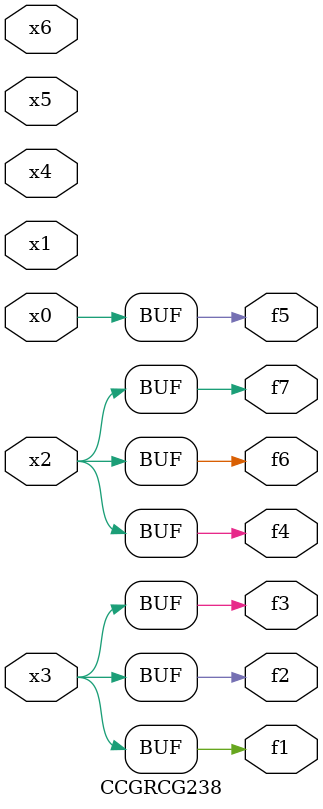
<source format=v>
module CCGRCG238(
	input x0, x1, x2, x3, x4, x5, x6,
	output f1, f2, f3, f4, f5, f6, f7
);
	assign f1 = x3;
	assign f2 = x3;
	assign f3 = x3;
	assign f4 = x2;
	assign f5 = x0;
	assign f6 = x2;
	assign f7 = x2;
endmodule

</source>
